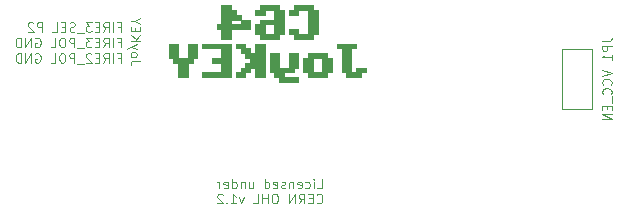
<source format=gbo>
G04 #@! TF.GenerationSoftware,KiCad,Pcbnew,(5.1.8)-1*
G04 #@! TF.CreationDate,2022-02-21T22:55:28+01:00*
G04 #@! TF.ProjectId,NEC PC Engine,4e454320-5043-4204-956e-67696e652e6b,rev?*
G04 #@! TF.SameCoordinates,Original*
G04 #@! TF.FileFunction,Legend,Bot*
G04 #@! TF.FilePolarity,Positive*
%FSLAX46Y46*%
G04 Gerber Fmt 4.6, Leading zero omitted, Abs format (unit mm)*
G04 Created by KiCad (PCBNEW (5.1.8)-1) date 2022-02-21 22:55:28*
%MOMM*%
%LPD*%
G01*
G04 APERTURE LIST*
%ADD10C,0.100000*%
%ADD11C,0.120000*%
%ADD12C,0.010000*%
G04 APERTURE END LIST*
D10*
X172281904Y-93955000D02*
X172853333Y-93955000D01*
X172967619Y-93916904D01*
X173043809Y-93840714D01*
X173081904Y-93726428D01*
X173081904Y-93650238D01*
X173081904Y-94335952D02*
X172281904Y-94335952D01*
X172281904Y-94640714D01*
X172320000Y-94716904D01*
X172358095Y-94755000D01*
X172434285Y-94793095D01*
X172548571Y-94793095D01*
X172624761Y-94755000D01*
X172662857Y-94716904D01*
X172700952Y-94640714D01*
X172700952Y-94335952D01*
X173081904Y-95555000D02*
X173081904Y-95097857D01*
X173081904Y-95326428D02*
X172281904Y-95326428D01*
X172396190Y-95250238D01*
X172472380Y-95174047D01*
X172510476Y-95097857D01*
X172281904Y-96393095D02*
X173081904Y-96659761D01*
X172281904Y-96926428D01*
X173005714Y-97650238D02*
X173043809Y-97612142D01*
X173081904Y-97497857D01*
X173081904Y-97421666D01*
X173043809Y-97307380D01*
X172967619Y-97231190D01*
X172891428Y-97193095D01*
X172739047Y-97155000D01*
X172624761Y-97155000D01*
X172472380Y-97193095D01*
X172396190Y-97231190D01*
X172320000Y-97307380D01*
X172281904Y-97421666D01*
X172281904Y-97497857D01*
X172320000Y-97612142D01*
X172358095Y-97650238D01*
X173005714Y-98450238D02*
X173043809Y-98412142D01*
X173081904Y-98297857D01*
X173081904Y-98221666D01*
X173043809Y-98107380D01*
X172967619Y-98031190D01*
X172891428Y-97993095D01*
X172739047Y-97955000D01*
X172624761Y-97955000D01*
X172472380Y-97993095D01*
X172396190Y-98031190D01*
X172320000Y-98107380D01*
X172281904Y-98221666D01*
X172281904Y-98297857D01*
X172320000Y-98412142D01*
X172358095Y-98450238D01*
X173158095Y-98602619D02*
X173158095Y-99212142D01*
X172662857Y-99402619D02*
X172662857Y-99669285D01*
X173081904Y-99783571D02*
X173081904Y-99402619D01*
X172281904Y-99402619D01*
X172281904Y-99783571D01*
X173081904Y-100126428D02*
X172281904Y-100126428D01*
X173081904Y-100583571D01*
X172281904Y-100583571D01*
D11*
X168910000Y-99695000D02*
X168910000Y-94615000D01*
X171450000Y-99695000D02*
X168910000Y-99695000D01*
X171450000Y-94615000D02*
X171450000Y-99695000D01*
X168910000Y-94615000D02*
X171450000Y-94615000D01*
D10*
X148145000Y-106391904D02*
X148525952Y-106391904D01*
X148525952Y-105591904D01*
X147878333Y-106391904D02*
X147878333Y-105858571D01*
X147878333Y-105591904D02*
X147916428Y-105630000D01*
X147878333Y-105668095D01*
X147840238Y-105630000D01*
X147878333Y-105591904D01*
X147878333Y-105668095D01*
X147154523Y-106353809D02*
X147230714Y-106391904D01*
X147383095Y-106391904D01*
X147459285Y-106353809D01*
X147497380Y-106315714D01*
X147535476Y-106239523D01*
X147535476Y-106010952D01*
X147497380Y-105934761D01*
X147459285Y-105896666D01*
X147383095Y-105858571D01*
X147230714Y-105858571D01*
X147154523Y-105896666D01*
X146506904Y-106353809D02*
X146583095Y-106391904D01*
X146735476Y-106391904D01*
X146811666Y-106353809D01*
X146849761Y-106277619D01*
X146849761Y-105972857D01*
X146811666Y-105896666D01*
X146735476Y-105858571D01*
X146583095Y-105858571D01*
X146506904Y-105896666D01*
X146468809Y-105972857D01*
X146468809Y-106049047D01*
X146849761Y-106125238D01*
X146125952Y-105858571D02*
X146125952Y-106391904D01*
X146125952Y-105934761D02*
X146087857Y-105896666D01*
X146011666Y-105858571D01*
X145897380Y-105858571D01*
X145821190Y-105896666D01*
X145783095Y-105972857D01*
X145783095Y-106391904D01*
X145440238Y-106353809D02*
X145364047Y-106391904D01*
X145211666Y-106391904D01*
X145135476Y-106353809D01*
X145097380Y-106277619D01*
X145097380Y-106239523D01*
X145135476Y-106163333D01*
X145211666Y-106125238D01*
X145325952Y-106125238D01*
X145402142Y-106087142D01*
X145440238Y-106010952D01*
X145440238Y-105972857D01*
X145402142Y-105896666D01*
X145325952Y-105858571D01*
X145211666Y-105858571D01*
X145135476Y-105896666D01*
X144449761Y-106353809D02*
X144525952Y-106391904D01*
X144678333Y-106391904D01*
X144754523Y-106353809D01*
X144792619Y-106277619D01*
X144792619Y-105972857D01*
X144754523Y-105896666D01*
X144678333Y-105858571D01*
X144525952Y-105858571D01*
X144449761Y-105896666D01*
X144411666Y-105972857D01*
X144411666Y-106049047D01*
X144792619Y-106125238D01*
X143725952Y-106391904D02*
X143725952Y-105591904D01*
X143725952Y-106353809D02*
X143802142Y-106391904D01*
X143954523Y-106391904D01*
X144030714Y-106353809D01*
X144068809Y-106315714D01*
X144106904Y-106239523D01*
X144106904Y-106010952D01*
X144068809Y-105934761D01*
X144030714Y-105896666D01*
X143954523Y-105858571D01*
X143802142Y-105858571D01*
X143725952Y-105896666D01*
X142392619Y-105858571D02*
X142392619Y-106391904D01*
X142735476Y-105858571D02*
X142735476Y-106277619D01*
X142697380Y-106353809D01*
X142621190Y-106391904D01*
X142506904Y-106391904D01*
X142430714Y-106353809D01*
X142392619Y-106315714D01*
X142011666Y-105858571D02*
X142011666Y-106391904D01*
X142011666Y-105934761D02*
X141973571Y-105896666D01*
X141897380Y-105858571D01*
X141783095Y-105858571D01*
X141706904Y-105896666D01*
X141668809Y-105972857D01*
X141668809Y-106391904D01*
X140945000Y-106391904D02*
X140945000Y-105591904D01*
X140945000Y-106353809D02*
X141021190Y-106391904D01*
X141173571Y-106391904D01*
X141249761Y-106353809D01*
X141287857Y-106315714D01*
X141325952Y-106239523D01*
X141325952Y-106010952D01*
X141287857Y-105934761D01*
X141249761Y-105896666D01*
X141173571Y-105858571D01*
X141021190Y-105858571D01*
X140945000Y-105896666D01*
X140259285Y-106353809D02*
X140335476Y-106391904D01*
X140487857Y-106391904D01*
X140564047Y-106353809D01*
X140602142Y-106277619D01*
X140602142Y-105972857D01*
X140564047Y-105896666D01*
X140487857Y-105858571D01*
X140335476Y-105858571D01*
X140259285Y-105896666D01*
X140221190Y-105972857D01*
X140221190Y-106049047D01*
X140602142Y-106125238D01*
X139878333Y-106391904D02*
X139878333Y-105858571D01*
X139878333Y-106010952D02*
X139840238Y-105934761D01*
X139802142Y-105896666D01*
X139725952Y-105858571D01*
X139649761Y-105858571D01*
X148106904Y-107615714D02*
X148145000Y-107653809D01*
X148259285Y-107691904D01*
X148335476Y-107691904D01*
X148449761Y-107653809D01*
X148525952Y-107577619D01*
X148564047Y-107501428D01*
X148602142Y-107349047D01*
X148602142Y-107234761D01*
X148564047Y-107082380D01*
X148525952Y-107006190D01*
X148449761Y-106930000D01*
X148335476Y-106891904D01*
X148259285Y-106891904D01*
X148145000Y-106930000D01*
X148106904Y-106968095D01*
X147764047Y-107272857D02*
X147497380Y-107272857D01*
X147383095Y-107691904D02*
X147764047Y-107691904D01*
X147764047Y-106891904D01*
X147383095Y-106891904D01*
X146583095Y-107691904D02*
X146849761Y-107310952D01*
X147040238Y-107691904D02*
X147040238Y-106891904D01*
X146735476Y-106891904D01*
X146659285Y-106930000D01*
X146621190Y-106968095D01*
X146583095Y-107044285D01*
X146583095Y-107158571D01*
X146621190Y-107234761D01*
X146659285Y-107272857D01*
X146735476Y-107310952D01*
X147040238Y-107310952D01*
X146240238Y-107691904D02*
X146240238Y-106891904D01*
X145783095Y-107691904D01*
X145783095Y-106891904D01*
X144640238Y-106891904D02*
X144487857Y-106891904D01*
X144411666Y-106930000D01*
X144335476Y-107006190D01*
X144297380Y-107158571D01*
X144297380Y-107425238D01*
X144335476Y-107577619D01*
X144411666Y-107653809D01*
X144487857Y-107691904D01*
X144640238Y-107691904D01*
X144716428Y-107653809D01*
X144792619Y-107577619D01*
X144830714Y-107425238D01*
X144830714Y-107158571D01*
X144792619Y-107006190D01*
X144716428Y-106930000D01*
X144640238Y-106891904D01*
X143954523Y-107691904D02*
X143954523Y-106891904D01*
X143954523Y-107272857D02*
X143497380Y-107272857D01*
X143497380Y-107691904D02*
X143497380Y-106891904D01*
X142735476Y-107691904D02*
X143116428Y-107691904D01*
X143116428Y-106891904D01*
X141935476Y-107158571D02*
X141745000Y-107691904D01*
X141554523Y-107158571D01*
X140830714Y-107691904D02*
X141287857Y-107691904D01*
X141059285Y-107691904D02*
X141059285Y-106891904D01*
X141135476Y-107006190D01*
X141211666Y-107082380D01*
X141287857Y-107120476D01*
X140487857Y-107615714D02*
X140449761Y-107653809D01*
X140487857Y-107691904D01*
X140525952Y-107653809D01*
X140487857Y-107615714D01*
X140487857Y-107691904D01*
X140145000Y-106968095D02*
X140106904Y-106930000D01*
X140030714Y-106891904D01*
X139840238Y-106891904D01*
X139764047Y-106930000D01*
X139725952Y-106968095D01*
X139687857Y-107044285D01*
X139687857Y-107120476D01*
X139725952Y-107234761D01*
X140183095Y-107691904D01*
X139687857Y-107691904D01*
X133153095Y-95637142D02*
X132581666Y-95637142D01*
X132467380Y-95675238D01*
X132391190Y-95751428D01*
X132353095Y-95865714D01*
X132353095Y-95941904D01*
X132353095Y-95141904D02*
X132391190Y-95218095D01*
X132429285Y-95256190D01*
X132505476Y-95294285D01*
X132734047Y-95294285D01*
X132810238Y-95256190D01*
X132848333Y-95218095D01*
X132886428Y-95141904D01*
X132886428Y-95027619D01*
X132848333Y-94951428D01*
X132810238Y-94913333D01*
X132734047Y-94875238D01*
X132505476Y-94875238D01*
X132429285Y-94913333D01*
X132391190Y-94951428D01*
X132353095Y-95027619D01*
X132353095Y-95141904D01*
X132886428Y-94608571D02*
X132353095Y-94418095D01*
X132886428Y-94227619D02*
X132353095Y-94418095D01*
X132162619Y-94494285D01*
X132124523Y-94532380D01*
X132086428Y-94608571D01*
X132353095Y-93922857D02*
X133153095Y-93922857D01*
X132353095Y-93465714D02*
X132810238Y-93808571D01*
X133153095Y-93465714D02*
X132695952Y-93922857D01*
X132772142Y-93122857D02*
X132772142Y-92856190D01*
X132353095Y-92741904D02*
X132353095Y-93122857D01*
X133153095Y-93122857D01*
X133153095Y-92741904D01*
X132734047Y-92246666D02*
X132353095Y-92246666D01*
X133153095Y-92513333D02*
X132734047Y-92246666D01*
X133153095Y-91980000D01*
X131303857Y-92749857D02*
X131570523Y-92749857D01*
X131570523Y-93168904D02*
X131570523Y-92368904D01*
X131189571Y-92368904D01*
X130884809Y-93168904D02*
X130884809Y-92368904D01*
X130046714Y-93168904D02*
X130313380Y-92787952D01*
X130503857Y-93168904D02*
X130503857Y-92368904D01*
X130199095Y-92368904D01*
X130122904Y-92407000D01*
X130084809Y-92445095D01*
X130046714Y-92521285D01*
X130046714Y-92635571D01*
X130084809Y-92711761D01*
X130122904Y-92749857D01*
X130199095Y-92787952D01*
X130503857Y-92787952D01*
X129703857Y-92749857D02*
X129437190Y-92749857D01*
X129322904Y-93168904D02*
X129703857Y-93168904D01*
X129703857Y-92368904D01*
X129322904Y-92368904D01*
X129056238Y-92368904D02*
X128561000Y-92368904D01*
X128827666Y-92673666D01*
X128713380Y-92673666D01*
X128637190Y-92711761D01*
X128599095Y-92749857D01*
X128561000Y-92826047D01*
X128561000Y-93016523D01*
X128599095Y-93092714D01*
X128637190Y-93130809D01*
X128713380Y-93168904D01*
X128941952Y-93168904D01*
X129018142Y-93130809D01*
X129056238Y-93092714D01*
X128408619Y-93245095D02*
X127799095Y-93245095D01*
X127646714Y-93130809D02*
X127532428Y-93168904D01*
X127341952Y-93168904D01*
X127265761Y-93130809D01*
X127227666Y-93092714D01*
X127189571Y-93016523D01*
X127189571Y-92940333D01*
X127227666Y-92864142D01*
X127265761Y-92826047D01*
X127341952Y-92787952D01*
X127494333Y-92749857D01*
X127570523Y-92711761D01*
X127608619Y-92673666D01*
X127646714Y-92597476D01*
X127646714Y-92521285D01*
X127608619Y-92445095D01*
X127570523Y-92407000D01*
X127494333Y-92368904D01*
X127303857Y-92368904D01*
X127189571Y-92407000D01*
X126846714Y-92749857D02*
X126580047Y-92749857D01*
X126465761Y-93168904D02*
X126846714Y-93168904D01*
X126846714Y-92368904D01*
X126465761Y-92368904D01*
X125741952Y-93168904D02*
X126122904Y-93168904D01*
X126122904Y-92368904D01*
X124865761Y-93168904D02*
X124865761Y-92368904D01*
X124561000Y-92368904D01*
X124484809Y-92407000D01*
X124446714Y-92445095D01*
X124408619Y-92521285D01*
X124408619Y-92635571D01*
X124446714Y-92711761D01*
X124484809Y-92749857D01*
X124561000Y-92787952D01*
X124865761Y-92787952D01*
X124103857Y-92445095D02*
X124065761Y-92407000D01*
X123989571Y-92368904D01*
X123799095Y-92368904D01*
X123722904Y-92407000D01*
X123684809Y-92445095D01*
X123646714Y-92521285D01*
X123646714Y-92597476D01*
X123684809Y-92711761D01*
X124141952Y-93168904D01*
X123646714Y-93168904D01*
X131303857Y-94049857D02*
X131570523Y-94049857D01*
X131570523Y-94468904D02*
X131570523Y-93668904D01*
X131189571Y-93668904D01*
X130884809Y-94468904D02*
X130884809Y-93668904D01*
X130046714Y-94468904D02*
X130313380Y-94087952D01*
X130503857Y-94468904D02*
X130503857Y-93668904D01*
X130199095Y-93668904D01*
X130122904Y-93707000D01*
X130084809Y-93745095D01*
X130046714Y-93821285D01*
X130046714Y-93935571D01*
X130084809Y-94011761D01*
X130122904Y-94049857D01*
X130199095Y-94087952D01*
X130503857Y-94087952D01*
X129703857Y-94049857D02*
X129437190Y-94049857D01*
X129322904Y-94468904D02*
X129703857Y-94468904D01*
X129703857Y-93668904D01*
X129322904Y-93668904D01*
X129056238Y-93668904D02*
X128561000Y-93668904D01*
X128827666Y-93973666D01*
X128713380Y-93973666D01*
X128637190Y-94011761D01*
X128599095Y-94049857D01*
X128561000Y-94126047D01*
X128561000Y-94316523D01*
X128599095Y-94392714D01*
X128637190Y-94430809D01*
X128713380Y-94468904D01*
X128941952Y-94468904D01*
X129018142Y-94430809D01*
X129056238Y-94392714D01*
X128408619Y-94545095D02*
X127799095Y-94545095D01*
X127608619Y-94468904D02*
X127608619Y-93668904D01*
X127303857Y-93668904D01*
X127227666Y-93707000D01*
X127189571Y-93745095D01*
X127151476Y-93821285D01*
X127151476Y-93935571D01*
X127189571Y-94011761D01*
X127227666Y-94049857D01*
X127303857Y-94087952D01*
X127608619Y-94087952D01*
X126656238Y-93668904D02*
X126503857Y-93668904D01*
X126427666Y-93707000D01*
X126351476Y-93783190D01*
X126313380Y-93935571D01*
X126313380Y-94202238D01*
X126351476Y-94354619D01*
X126427666Y-94430809D01*
X126503857Y-94468904D01*
X126656238Y-94468904D01*
X126732428Y-94430809D01*
X126808619Y-94354619D01*
X126846714Y-94202238D01*
X126846714Y-93935571D01*
X126808619Y-93783190D01*
X126732428Y-93707000D01*
X126656238Y-93668904D01*
X125589571Y-94468904D02*
X125970523Y-94468904D01*
X125970523Y-93668904D01*
X124294333Y-93707000D02*
X124370523Y-93668904D01*
X124484809Y-93668904D01*
X124599095Y-93707000D01*
X124675285Y-93783190D01*
X124713380Y-93859380D01*
X124751476Y-94011761D01*
X124751476Y-94126047D01*
X124713380Y-94278428D01*
X124675285Y-94354619D01*
X124599095Y-94430809D01*
X124484809Y-94468904D01*
X124408619Y-94468904D01*
X124294333Y-94430809D01*
X124256238Y-94392714D01*
X124256238Y-94126047D01*
X124408619Y-94126047D01*
X123913380Y-94468904D02*
X123913380Y-93668904D01*
X123456238Y-94468904D01*
X123456238Y-93668904D01*
X123075285Y-94468904D02*
X123075285Y-93668904D01*
X122884809Y-93668904D01*
X122770523Y-93707000D01*
X122694333Y-93783190D01*
X122656238Y-93859380D01*
X122618142Y-94011761D01*
X122618142Y-94126047D01*
X122656238Y-94278428D01*
X122694333Y-94354619D01*
X122770523Y-94430809D01*
X122884809Y-94468904D01*
X123075285Y-94468904D01*
X131303857Y-95349857D02*
X131570523Y-95349857D01*
X131570523Y-95768904D02*
X131570523Y-94968904D01*
X131189571Y-94968904D01*
X130884809Y-95768904D02*
X130884809Y-94968904D01*
X130046714Y-95768904D02*
X130313380Y-95387952D01*
X130503857Y-95768904D02*
X130503857Y-94968904D01*
X130199095Y-94968904D01*
X130122904Y-95007000D01*
X130084809Y-95045095D01*
X130046714Y-95121285D01*
X130046714Y-95235571D01*
X130084809Y-95311761D01*
X130122904Y-95349857D01*
X130199095Y-95387952D01*
X130503857Y-95387952D01*
X129703857Y-95349857D02*
X129437190Y-95349857D01*
X129322904Y-95768904D02*
X129703857Y-95768904D01*
X129703857Y-94968904D01*
X129322904Y-94968904D01*
X129018142Y-95045095D02*
X128980047Y-95007000D01*
X128903857Y-94968904D01*
X128713380Y-94968904D01*
X128637190Y-95007000D01*
X128599095Y-95045095D01*
X128561000Y-95121285D01*
X128561000Y-95197476D01*
X128599095Y-95311761D01*
X129056238Y-95768904D01*
X128561000Y-95768904D01*
X128408619Y-95845095D02*
X127799095Y-95845095D01*
X127608619Y-95768904D02*
X127608619Y-94968904D01*
X127303857Y-94968904D01*
X127227666Y-95007000D01*
X127189571Y-95045095D01*
X127151476Y-95121285D01*
X127151476Y-95235571D01*
X127189571Y-95311761D01*
X127227666Y-95349857D01*
X127303857Y-95387952D01*
X127608619Y-95387952D01*
X126656238Y-94968904D02*
X126503857Y-94968904D01*
X126427666Y-95007000D01*
X126351476Y-95083190D01*
X126313380Y-95235571D01*
X126313380Y-95502238D01*
X126351476Y-95654619D01*
X126427666Y-95730809D01*
X126503857Y-95768904D01*
X126656238Y-95768904D01*
X126732428Y-95730809D01*
X126808619Y-95654619D01*
X126846714Y-95502238D01*
X126846714Y-95235571D01*
X126808619Y-95083190D01*
X126732428Y-95007000D01*
X126656238Y-94968904D01*
X125589571Y-95768904D02*
X125970523Y-95768904D01*
X125970523Y-94968904D01*
X124294333Y-95007000D02*
X124370523Y-94968904D01*
X124484809Y-94968904D01*
X124599095Y-95007000D01*
X124675285Y-95083190D01*
X124713380Y-95159380D01*
X124751476Y-95311761D01*
X124751476Y-95426047D01*
X124713380Y-95578428D01*
X124675285Y-95654619D01*
X124599095Y-95730809D01*
X124484809Y-95768904D01*
X124408619Y-95768904D01*
X124294333Y-95730809D01*
X124256238Y-95692714D01*
X124256238Y-95426047D01*
X124408619Y-95426047D01*
X123913380Y-95768904D02*
X123913380Y-94968904D01*
X123456238Y-95768904D01*
X123456238Y-94968904D01*
X123075285Y-95768904D02*
X123075285Y-94968904D01*
X122884809Y-94968904D01*
X122770523Y-95007000D01*
X122694333Y-95083190D01*
X122656238Y-95159380D01*
X122618142Y-95311761D01*
X122618142Y-95426047D01*
X122656238Y-95578428D01*
X122694333Y-95654619D01*
X122770523Y-95730809D01*
X122884809Y-95768904D01*
X123075285Y-95768904D01*
D12*
G36*
X145746802Y-96192012D02*
G01*
X144933189Y-96192012D01*
X144933189Y-94971592D01*
X144119575Y-94971592D01*
X144119575Y-96598819D01*
X144526382Y-96598819D01*
X144526382Y-97005626D01*
X144933189Y-97005626D01*
X144933189Y-97412433D01*
X146560416Y-97412433D01*
X146560416Y-97005626D01*
X145339995Y-97005626D01*
X145339995Y-96598819D01*
X146153609Y-96598819D01*
X146153609Y-96192012D01*
X146560416Y-96192012D01*
X146560416Y-94971592D01*
X145746802Y-94971592D01*
X145746802Y-96192012D01*
G37*
X145746802Y-96192012D02*
X144933189Y-96192012D01*
X144933189Y-94971592D01*
X144119575Y-94971592D01*
X144119575Y-96598819D01*
X144526382Y-96598819D01*
X144526382Y-97005626D01*
X144933189Y-97005626D01*
X144933189Y-97412433D01*
X146560416Y-97412433D01*
X146560416Y-97005626D01*
X145339995Y-97005626D01*
X145339995Y-96598819D01*
X146153609Y-96598819D01*
X146153609Y-96192012D01*
X146560416Y-96192012D01*
X146560416Y-94971592D01*
X145746802Y-94971592D01*
X145746802Y-96192012D01*
G36*
X149814870Y-94564785D02*
G01*
X150221677Y-94564785D01*
X150221677Y-96598819D01*
X150628484Y-96598819D01*
X150628484Y-97005626D01*
X151848904Y-97005626D01*
X151848904Y-96598819D01*
X152255711Y-96598819D01*
X152255711Y-96192012D01*
X151442097Y-96192012D01*
X151442097Y-96598819D01*
X151035291Y-96598819D01*
X151035291Y-94564785D01*
X151442097Y-94564785D01*
X151442097Y-94157978D01*
X149814870Y-94157978D01*
X149814870Y-94564785D01*
G37*
X149814870Y-94564785D02*
X150221677Y-94564785D01*
X150221677Y-96598819D01*
X150628484Y-96598819D01*
X150628484Y-97005626D01*
X151848904Y-97005626D01*
X151848904Y-96598819D01*
X152255711Y-96598819D01*
X152255711Y-96192012D01*
X151442097Y-96192012D01*
X151442097Y-96598819D01*
X151035291Y-96598819D01*
X151035291Y-94564785D01*
X151442097Y-94564785D01*
X151442097Y-94157978D01*
X149814870Y-94157978D01*
X149814870Y-94564785D01*
G36*
X147374029Y-95378399D02*
G01*
X146967223Y-95378399D01*
X146967223Y-96598819D01*
X147374029Y-96598819D01*
X147374029Y-97005626D01*
X149001257Y-97005626D01*
X149001257Y-96598819D01*
X149408063Y-96598819D01*
X149408063Y-95378399D01*
X149001257Y-95378399D01*
X148594450Y-95378399D01*
X148594450Y-96598819D01*
X147780836Y-96598819D01*
X147780836Y-95378399D01*
X148594450Y-95378399D01*
X149001257Y-95378399D01*
X149001257Y-94971592D01*
X147374029Y-94971592D01*
X147374029Y-95378399D01*
G37*
X147374029Y-95378399D02*
X146967223Y-95378399D01*
X146967223Y-96598819D01*
X147374029Y-96598819D01*
X147374029Y-97005626D01*
X149001257Y-97005626D01*
X149001257Y-96598819D01*
X149408063Y-96598819D01*
X149408063Y-95378399D01*
X149001257Y-95378399D01*
X148594450Y-95378399D01*
X148594450Y-96598819D01*
X147780836Y-96598819D01*
X147780836Y-95378399D01*
X148594450Y-95378399D01*
X149001257Y-95378399D01*
X149001257Y-94971592D01*
X147374029Y-94971592D01*
X147374029Y-95378399D01*
G36*
X142899154Y-94971592D02*
G01*
X142492348Y-94971592D01*
X142492348Y-94564785D01*
X142085541Y-94564785D01*
X142085541Y-94157978D01*
X141271927Y-94157978D01*
X141271927Y-94564785D01*
X141678734Y-94564785D01*
X141678734Y-94971592D01*
X142085541Y-94971592D01*
X142085541Y-95378399D01*
X142492348Y-95378399D01*
X142492348Y-95785206D01*
X142085541Y-95785206D01*
X142085541Y-96192012D01*
X141678734Y-96192012D01*
X141678734Y-96598819D01*
X141271927Y-96598819D01*
X141271927Y-97005626D01*
X142085541Y-97005626D01*
X142085541Y-96598819D01*
X142492348Y-96598819D01*
X142492348Y-96192012D01*
X142899154Y-96192012D01*
X142899154Y-97005626D01*
X143712768Y-97005626D01*
X143712768Y-94157978D01*
X142899154Y-94157978D01*
X142899154Y-94971592D01*
G37*
X142899154Y-94971592D02*
X142492348Y-94971592D01*
X142492348Y-94564785D01*
X142085541Y-94564785D01*
X142085541Y-94157978D01*
X141271927Y-94157978D01*
X141271927Y-94564785D01*
X141678734Y-94564785D01*
X141678734Y-94971592D01*
X142085541Y-94971592D01*
X142085541Y-95378399D01*
X142492348Y-95378399D01*
X142492348Y-95785206D01*
X142085541Y-95785206D01*
X142085541Y-96192012D01*
X141678734Y-96192012D01*
X141678734Y-96598819D01*
X141271927Y-96598819D01*
X141271927Y-97005626D01*
X142085541Y-97005626D01*
X142085541Y-96598819D01*
X142492348Y-96598819D01*
X142492348Y-96192012D01*
X142899154Y-96192012D01*
X142899154Y-97005626D01*
X143712768Y-97005626D01*
X143712768Y-94157978D01*
X142899154Y-94157978D01*
X142899154Y-94971592D01*
G36*
X138424280Y-94564785D02*
G01*
X140051507Y-94564785D01*
X140051507Y-95378399D01*
X139237893Y-95378399D01*
X139237893Y-95785206D01*
X140051507Y-95785206D01*
X140051507Y-96598819D01*
X138424280Y-96598819D01*
X138424280Y-97005626D01*
X140865120Y-97005626D01*
X140865120Y-94157978D01*
X138424280Y-94157978D01*
X138424280Y-94564785D01*
G37*
X138424280Y-94564785D02*
X140051507Y-94564785D01*
X140051507Y-95378399D01*
X139237893Y-95378399D01*
X139237893Y-95785206D01*
X140051507Y-95785206D01*
X140051507Y-96598819D01*
X138424280Y-96598819D01*
X138424280Y-97005626D01*
X140865120Y-97005626D01*
X140865120Y-94157978D01*
X138424280Y-94157978D01*
X138424280Y-94564785D01*
G36*
X137203859Y-95378399D02*
G01*
X136390246Y-95378399D01*
X136390246Y-94157978D01*
X135576632Y-94157978D01*
X135576632Y-95378399D01*
X135983439Y-95378399D01*
X135983439Y-95785206D01*
X136390246Y-95785206D01*
X136390246Y-97005626D01*
X137203859Y-97005626D01*
X137203859Y-95785206D01*
X137610666Y-95785206D01*
X137610666Y-95378399D01*
X138017473Y-95378399D01*
X138017473Y-94157978D01*
X137203859Y-94157978D01*
X137203859Y-95378399D01*
G37*
X137203859Y-95378399D02*
X136390246Y-95378399D01*
X136390246Y-94157978D01*
X135576632Y-94157978D01*
X135576632Y-95378399D01*
X135983439Y-95378399D01*
X135983439Y-95785206D01*
X136390246Y-95785206D01*
X136390246Y-97005626D01*
X137203859Y-97005626D01*
X137203859Y-95785206D01*
X137610666Y-95785206D01*
X137610666Y-95378399D01*
X138017473Y-95378399D01*
X138017473Y-94157978D01*
X137203859Y-94157978D01*
X137203859Y-95378399D01*
G36*
X146153609Y-91310331D02*
G01*
X145746802Y-91310331D01*
X145746802Y-91717137D01*
X146560416Y-91717137D01*
X146560416Y-91310331D01*
X147374029Y-91310331D01*
X147374029Y-93344365D01*
X146560416Y-93344365D01*
X146560416Y-92937558D01*
X145746802Y-92937558D01*
X145746802Y-93344365D01*
X146153609Y-93344365D01*
X146153609Y-93751171D01*
X147780836Y-93751171D01*
X147780836Y-93344365D01*
X148187643Y-93344365D01*
X148187643Y-91310331D01*
X147780836Y-91310331D01*
X147780836Y-90903524D01*
X146153609Y-90903524D01*
X146153609Y-91310331D01*
G37*
X146153609Y-91310331D02*
X145746802Y-91310331D01*
X145746802Y-91717137D01*
X146560416Y-91717137D01*
X146560416Y-91310331D01*
X147374029Y-91310331D01*
X147374029Y-93344365D01*
X146560416Y-93344365D01*
X146560416Y-92937558D01*
X145746802Y-92937558D01*
X145746802Y-93344365D01*
X146153609Y-93344365D01*
X146153609Y-93751171D01*
X147780836Y-93751171D01*
X147780836Y-93344365D01*
X148187643Y-93344365D01*
X148187643Y-91310331D01*
X147780836Y-91310331D01*
X147780836Y-90903524D01*
X146153609Y-90903524D01*
X146153609Y-91310331D01*
G36*
X143305961Y-91310331D02*
G01*
X142899154Y-91310331D01*
X142899154Y-91717137D01*
X143712768Y-91717137D01*
X143712768Y-91310331D01*
X144526382Y-91310331D01*
X144526382Y-92123944D01*
X143305961Y-92123944D01*
X143305961Y-92530751D01*
X142899154Y-92530751D01*
X142899154Y-93344365D01*
X143305961Y-93344365D01*
X143305961Y-93751171D01*
X144933189Y-93751171D01*
X144933189Y-93344365D01*
X145339995Y-93344365D01*
X145339995Y-92530751D01*
X144526382Y-92530751D01*
X144526382Y-93344365D01*
X143712768Y-93344365D01*
X143712768Y-92530751D01*
X144526382Y-92530751D01*
X145339995Y-92530751D01*
X145339995Y-91310331D01*
X144933189Y-91310331D01*
X144933189Y-90903524D01*
X143305961Y-90903524D01*
X143305961Y-91310331D01*
G37*
X143305961Y-91310331D02*
X142899154Y-91310331D01*
X142899154Y-91717137D01*
X143712768Y-91717137D01*
X143712768Y-91310331D01*
X144526382Y-91310331D01*
X144526382Y-92123944D01*
X143305961Y-92123944D01*
X143305961Y-92530751D01*
X142899154Y-92530751D01*
X142899154Y-93344365D01*
X143305961Y-93344365D01*
X143305961Y-93751171D01*
X144933189Y-93751171D01*
X144933189Y-93344365D01*
X145339995Y-93344365D01*
X145339995Y-92530751D01*
X144526382Y-92530751D01*
X144526382Y-93344365D01*
X143712768Y-93344365D01*
X143712768Y-92530751D01*
X144526382Y-92530751D01*
X145339995Y-92530751D01*
X145339995Y-91310331D01*
X144933189Y-91310331D01*
X144933189Y-90903524D01*
X143305961Y-90903524D01*
X143305961Y-91310331D01*
G36*
X140051507Y-92530751D02*
G01*
X139644700Y-92530751D01*
X139644700Y-92937558D01*
X140051507Y-92937558D01*
X140051507Y-93751171D01*
X140865120Y-93751171D01*
X140865120Y-92937558D01*
X142492348Y-92937558D01*
X142492348Y-92123944D01*
X141678734Y-92123944D01*
X141678734Y-92530751D01*
X140865120Y-92530751D01*
X140865120Y-92123944D01*
X141678734Y-92123944D01*
X141678734Y-91717137D01*
X141271927Y-91717137D01*
X141271927Y-91310331D01*
X140865120Y-91310331D01*
X140865120Y-90903524D01*
X140051507Y-90903524D01*
X140051507Y-92530751D01*
G37*
X140051507Y-92530751D02*
X139644700Y-92530751D01*
X139644700Y-92937558D01*
X140051507Y-92937558D01*
X140051507Y-93751171D01*
X140865120Y-93751171D01*
X140865120Y-92937558D01*
X142492348Y-92937558D01*
X142492348Y-92123944D01*
X141678734Y-92123944D01*
X141678734Y-92530751D01*
X140865120Y-92530751D01*
X140865120Y-92123944D01*
X141678734Y-92123944D01*
X141678734Y-91717137D01*
X141271927Y-91717137D01*
X141271927Y-91310331D01*
X140865120Y-91310331D01*
X140865120Y-90903524D01*
X140051507Y-90903524D01*
X140051507Y-92530751D01*
M02*

</source>
